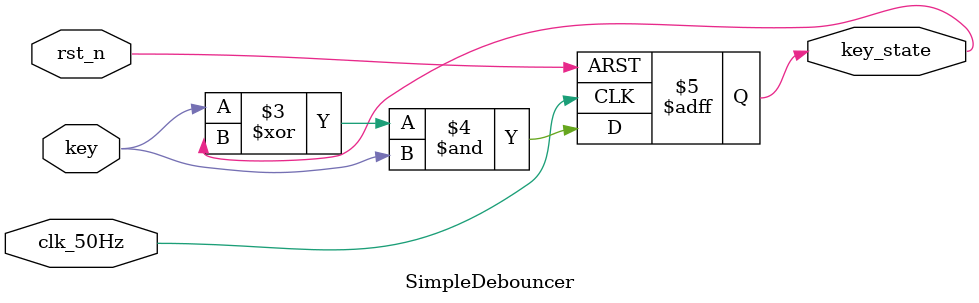
<source format=sv>
module SimpleDebouncer (
    input clk_50Hz,
    input rst_n,
    input key,
    output logic key_state
);
  always_ff @(posedge clk_50Hz or negedge rst_n) begin
    if (!rst_n) begin
      key_state <= 1'b1;
    end else begin
      key_state <= (key ^ key_state) & key;
    end
  end
endmodule

</source>
